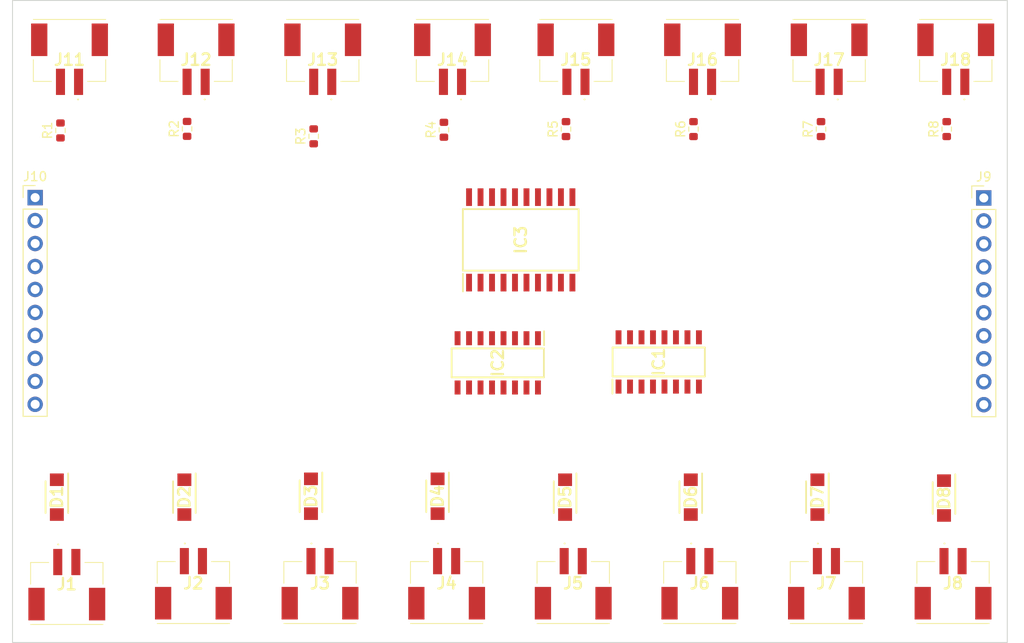
<source format=kicad_pcb>
(kicad_pcb (version 20221018) (generator pcbnew)
  (layers (0 "F.Cu" signal) (31 "B.Cu" signal) (34 "B.Paste" user) (35 "F.Paste" user) (36 "B.SilkS" user "B.Silkscreen") (37 "F.SilkS" user "F.Silkscreen") (38 "B.Mask" user) (39 "F.Mask" user) (44 "Edge.Cuts" user))
  (net 0 "")
  (net 1 "Net-(IC1-QB)")
  (net 2 "Net-(D1-Pad2)")
  (net 3 "Net-(IC1-QC)")
  (net 4 "Net-(D2-Pad2)")
  (net 5 "Net-(IC1-QD)")
  (net 6 "Net-(D3-Pad2)")
  (net 7 "Net-(IC1-QE)")
  (net 8 "Net-(D4-Pad2)")
  (net 9 "Net-(IC1-QF)")
  (net 10 "Net-(D5-Pad2)")
  (net 11 "Net-(IC1-QG)")
  (net 12 "Net-(D6-Pad2)")
  (net 13 "Net-(IC1-QH_1)")
  (net 14 "Net-(D7-Pad2)")
  (net 15 "Net-(IC1-QA)")
  (net 16 "GND")
  (net 17 "Net-(IC1-QH_2)")
  (net 18 "+5V")
  (net 19 "Net-(IC1-SCK)")
  (net 20 "Net-(IC1-RCK)")
  (net 21 "Net-(IC1-SI)")
  (net 26 "VCC")
  (net 35 "Net-(J11-Pad2)")
  (net 38 "Net-(J12-Pad2)")
  (net 53 "Net-(D8-Pad2)")
  (net 54 "Net-(IC2-QB)")
  (net 55 "Net-(IC2-QC)")
  (net 56 "Net-(IC2-QD)")
  (net 57 "Net-(IC2-QE)")
  (net 58 "Net-(IC2-QF)")
  (net 59 "Net-(IC2-QG)")
  (net 60 "Net-(IC2-QH_1)")
  (net 61 "Net-(IC2-QH_2)")
  (net 62 "Net-(IC2-SCK)")
  (net 63 "Net-(IC2-RCK)")
  (net 64 "Net-(IC2-SI)")
  (net 65 "Net-(IC2-QA)")
  (net 69 "Net-(IC3-8C)")
  (net 70 "Net-(IC3-7C)")
  (net 71 "Net-(IC3-6C)")
  (net 72 "Net-(IC3-5C)")
  (net 73 "Net-(IC3-4C)")
  (net 74 "Net-(IC3-3C)")
  (net 75 "Net-(IC3-2C)")
  (net 76 "Net-(IC3-1C)")
  (net 77 "Net-(J10-Pin_10)")
  (net 82 "Net-(J13-Pad2)")
  (net 83 "Net-(J14-Pad2)")
  (net 84 "Net-(J15-Pad2)")
  (net 85 "Net-(J16-Pad2)")
  (net 86 "Net-(J17-Pad2)")
  (net 87 "Net-(J18-Pad2)")
  (footprint "Connector_PinHeader_2.54mm:PinHeader_1x10_P2.54mm_Vertical" (layer "F.Cu") (at 182.4 103.84)
    (fp_text reference "J9" (at 0 -2.33) (layer "F.SilkS"))
    (fp_text value "Output Link")
    (fp_line (start -1.33 -1.33) (end 0 -1.33) (stroke (width 0.12)) (layer "F.SilkS"))
    (fp_line (start -1.33 0) (end -1.33 -1.33) (stroke (width 0.12)) (layer "F.SilkS"))
    (fp_line (start -1.33 1.27) (end -1.33 24.19) (stroke (width 0.12)) (layer "F.SilkS"))
    (fp_line (start -1.33 1.27) (end 1.33 1.27) (stroke (width 0.12)) (layer "F.SilkS"))
    (fp_line (start -1.33 24.19) (end 1.33 24.19) (stroke (width 0.12)) (layer "F.SilkS"))
    (fp_line (start 1.33 1.27) (end 1.33 24.19) (stroke (width 0.12)) (layer "F.SilkS"))
    (pad "1" thru_hole rect (at 0 0) (size 1.7 1.7) (drill 1) (layers "*.Cu" "*.Mask") (net 16 "GND"))
    (pad "2" thru_hole oval (at 0 2.54) (size 1.7 1.7) (drill 1) (layers "*.Cu" "*.Mask") (net 26 "VCC"))
    (pad "3" thru_hole oval (at 0 5.08) (size 1.7 1.7) (drill 1) (layers "*.Cu" "*.Mask") (net 18 "+5V"))
    (pad "4" thru_hole oval (at 0 7.62) (size 1.7 1.7) (drill 1) (layers "*.Cu" "*.Mask") (net 62 "Net-(IC2-SCK)"))
    (pad "5" thru_hole oval (at 0 10.16) (size 1.7 1.7) (drill 1) (layers "*.Cu" "*.Mask") (net 63 "Net-(IC2-RCK)"))
    (pad "6" thru_hole oval (at 0 12.7) (size 1.7 1.7) (drill 1) (layers "*.Cu" "*.Mask") (net 19 "Net-(IC1-SCK)"))
    (pad "7" thru_hole oval (at 0 15.24) (size 1.7 1.7) (drill 1) (layers "*.Cu" "*.Mask") (net 20 "Net-(IC1-RCK)"))
    (pad "8" thru_hole oval (at 0 17.78) (size 1.7 1.7) (drill 1) (layers "*.Cu" "*.Mask") (net 17 "Net-(IC1-QH_2)"))
    (pad "9" thru_hole oval (at 0 20.32) (size 1.7 1.7) (drill 1) (layers "*.Cu" "*.Mask") (net 61 "Net-(IC2-QH_2)"))
    (pad "10" thru_hole oval (at 0 22.86) (size 1.7 1.7) (drill 1) (layers "*.Cu" "*.Mask") (net 77 "Net-(J10-Pin_10)"))
  )
  (footprint "SamacSys_Parts:5024430260" (layer "F.Cu") (at 81 147.55)
    (fp_text reference "J1" (at 0 -1) (layer "F.SilkS") (effects (font (size 1.27 1.27) (thickness 0.254))))
    (fp_text value "502443-0260" hide)
    (fp_line (start -4 -3.4) (end -4 -1) (stroke (width 0.1)) (layer "F.SilkS"))
    (fp_line (start -4 3.45) (end 4 3.45) (stroke (width 0.1)) (layer "F.SilkS"))
    (fp_line (start -2 -3.4) (end -4 -3.4) (stroke (width 0.1)) (layer "F.SilkS"))
    (fp_line (start -1 -5.4) (end -1 -5.4) (stroke (width 0.1)) (layer "F.SilkS"))
    (fp_line (start -0.9 -5.4) (end -0.9 -5.4) (stroke (width 0.1)) (layer "F.SilkS"))
    (fp_line (start 2 -3.4) (end 4 -3.4) (stroke (width 0.1)) (layer "F.SilkS"))
    (fp_line (start 4 -3.4) (end 4 -1) (stroke (width 0.1)) (layer "F.SilkS"))
    (fp_arc (start -1 -5.4) (mid -0.95 -5.45) (end -0.9 -5.4) (stroke (width 0.1)) (layer "F.SilkS"))
    (fp_arc (start -0.9 -5.4) (mid -0.95 -5.35) (end -1 -5.4) (stroke (width 0.1)) (layer "F.SilkS"))
    (pad "1" smd rect (at -1 -3.45) (size 1 2.9) (layers "F.Cu" "F.Paste" "F.Mask") (net 2 "Net-(D1-Pad2)"))
    (pad "2" smd rect (at 1 -3.45) (size 1 2.9) (layers "F.Cu" "F.Paste" "F.Mask") (net 77 "Net-(J10-Pin_10)"))
    (pad "MP1" smd rect (at -3.35 1.2) (size 1.8 3.6) (layers "F.Cu" "F.Paste" "F.Mask"))
    (pad "MP2" smd rect (at 3.35 1.2) (size 1.8 3.6) (layers "F.Cu" "F.Paste" "F.Mask"))
  )
  (footprint "Resistor_SMD:R_0603_1608Metric" (layer "F.Cu") (at 150.3 96.225 90)
    (fp_text reference "R6" (at 0 -1.43 90) (layer "F.SilkS"))
    (fp_text value "180R")
    (fp_line (start -0.237258 -0.5225) (end 0.237258 -0.5225) (stroke (width 0.12)) (layer "F.SilkS"))
    (fp_line (start -0.237258 0.5225) (end 0.237258 0.5225) (stroke (width 0.12)) (layer "F.SilkS"))
    (pad "1" smd roundrect (at -0.825 0 90) (size 0.8 0.95) (layers "F.Cu" "F.Paste" "F.Mask") (net 26 "VCC"))
    (pad "2" smd roundrect (at 0.825 0 90) (size 0.8 0.95) (layers "F.Cu" "F.Paste" "F.Mask") (net 85 "Net-(J16-Pad2)"))
  )
  (footprint "Resistor_SMD:R_0603_1608Metric" (layer "F.Cu") (at 136.2 96.225 90)
    (fp_text reference "R5" (at 0 -1.43 90) (layer "F.SilkS"))
    (fp_text value "180R")
    (fp_line (start -0.237258 -0.5225) (end 0.237258 -0.5225) (stroke (width 0.12)) (layer "F.SilkS"))
    (fp_line (start -0.237258 0.5225) (end 0.237258 0.5225) (stroke (width 0.12)) (layer "F.SilkS"))
    (pad "1" smd roundrect (at -0.825 0 90) (size 0.8 0.95) (layers "F.Cu" "F.Paste" "F.Mask") (net 26 "VCC"))
    (pad "2" smd roundrect (at 0.825 0 90) (size 0.8 0.95) (layers "F.Cu" "F.Paste" "F.Mask") (net 84 "Net-(J15-Pad2)"))
  )
  (footprint "Resistor_SMD:R_0603_1608Metric" (layer "F.Cu") (at 80.3 96.375 90)
    (fp_text reference "R1" (at 0 -1.43 90) (layer "F.SilkS"))
    (fp_text value "180R")
    (fp_line (start -0.237258 -0.5225) (end 0.237258 -0.5225) (stroke (width 0.12)) (layer "F.SilkS"))
    (fp_line (start -0.237258 0.5225) (end 0.237258 0.5225) (stroke (width 0.12)) (layer "F.SilkS"))
    (pad "1" smd roundrect (at -0.825 0 90) (size 0.8 0.95) (layers "F.Cu" "F.Paste" "F.Mask") (net 26 "VCC"))
    (pad "2" smd roundrect (at 0.825 0 90) (size 0.8 0.95) (layers "F.Cu" "F.Paste" "F.Mask") (net 35 "Net-(J11-Pad2)"))
  )
  (footprint "SamacSys_Parts:5024430260" (layer "F.Cu") (at 109.3 87.55 180)
    (fp_text reference "J13" (at 0 -1) (layer "F.SilkS") (effects (font (size 1.27 1.27) (thickness 0.254))))
    (fp_text value "502443-0260" hide)
    (fp_line (start -4 -3.4) (end -4 -1) (stroke (width 0.1)) (layer "F.SilkS"))
    (fp_line (start -4 3.45) (end 4 3.45) (stroke (width 0.1)) (layer "F.SilkS"))
    (fp_line (start -2 -3.4) (end -4 -3.4) (stroke (width 0.1)) (layer "F.SilkS"))
    (fp_line (start -1 -5.4) (end -1 -5.4) (stroke (width 0.1)) (layer "F.SilkS"))
    (fp_line (start -0.9 -5.4) (end -0.9 -5.4) (stroke (width 0.1)) (layer "F.SilkS"))
    (fp_line (start 2 -3.4) (end 4 -3.4) (stroke (width 0.1)) (layer "F.SilkS"))
    (fp_line (start 4 -3.4) (end 4 -1) (stroke (width 0.1)) (layer "F.SilkS"))
    (fp_arc (start -1 -5.4) (mid -0.95 -5.45) (end -0.9 -5.4) (stroke (width 0.1)) (layer "F.SilkS"))
    (fp_arc (start -0.9 -5.4) (mid -0.95 -5.35) (end -1 -5.4) (stroke (width 0.1)) (layer "F.SilkS"))
    (pad "1" smd rect (at -1 -3.45 180) (size 1 2.9) (layers "F.Cu" "F.Paste" "F.Mask") (net 74 "Net-(IC3-3C)"))
    (pad "2" smd rect (at 1 -3.45 180) (size 1 2.9) (layers "F.Cu" "F.Paste" "F.Mask") (net 82 "Net-(J13-Pad2)"))
    (pad "MP1" smd rect (at -3.35 1.2 180) (size 1.8 3.6) (layers "F.Cu" "F.Paste" "F.Mask"))
    (pad "MP2" smd rect (at 3.35 1.2 180) (size 1.8 3.6) (layers "F.Cu" "F.Paste" "F.Mask"))
  )
  (footprint "SamacSys_Parts:SODFL4625X120N" (layer "F.Cu") (at 150 136.925 -90)
    (fp_text reference "D6" (at 0 0 90) (layer "F.SilkS") (effects (font (size 1.27 1.27) (thickness 0.254))))
    (fp_text value "US1KSAFS-13" hide)
    (fp_line (start -2.62 -1.25) (end 1.75 -1.25) (stroke (width 0.2)) (layer "F.SilkS"))
    (fp_line (start -1.75 1.25) (end 1.75 1.25) (stroke (width 0.2)) (layer "F.SilkS"))
    (pad "1" smd rect (at -1.925 0 270) (size 1.39 1.54) (layers "F.Cu" "F.Paste" "F.Mask") (net 9 "Net-(IC1-QF)"))
    (pad "2" smd rect (at 1.925 0 270) (size 1.39 1.54) (layers "F.Cu" "F.Paste" "F.Mask") (net 12 "Net-(D6-Pad2)"))
  )
  (footprint "SamacSys_Parts:SOIC127P600X175-16N" (layer "F.Cu") (at 128.655 122.075 -90)
    (fp_text reference "IC2" (at 0 0 90) (layer "F.SilkS") (effects (font (size 1.27 1.27) (thickness 0.254))))
    (fp_text value "74HC595D" hide)
    (fp_line (start -3.5 -5.12) (end -1.95 -5.12) (stroke (width 0.2)) (layer "F.SilkS"))
    (fp_line (start -1.6 -5.1) (end 1.6 -5.1) (stroke (width 0.2)) (layer "F.SilkS"))
    (fp_line (start -1.6 5.1) (end -1.6 -5.1) (stroke (width 0.2)) (layer "F.SilkS"))
    (fp_line (start 1.6 -5.1) (end 1.6 5.1) (stroke (width 0.2)) (layer "F.SilkS"))
    (fp_line (start 1.6 5.1) (end -1.6 5.1) (stroke (width 0.2)) (layer "F.SilkS"))
    (pad "1" smd rect (at -2.725 -4.445) (size 0.65 1.55) (layers "F.Cu" "F.Paste" "F.Mask") (net 54 "Net-(IC2-QB)"))
    (pad "2" smd rect (at -2.725 -3.175) (size 0.65 1.55) (layers "F.Cu" "F.Paste" "F.Mask") (net 55 "Net-(IC2-QC)"))
    (pad "3" smd rect (at -2.725 -1.905) (size 0.65 1.55) (layers "F.Cu" "F.Paste" "F.Mask") (net 56 "Net-(IC2-QD)"))
    (pad "4" smd rect (at -2.725 -0.635) (size 0.65 1.55) (layers "F.Cu" "F.Paste" "F.Mask") (net 57 "Net-(IC2-QE)"))
    (pad "5" smd rect (at -2.725 0.635) (size 0.65 1.55) (layers "F.Cu" "F.Paste" "F.Mask") (net 58 "Net-(IC2-QF)"))
    (pad "6" smd rect (at -2.725 1.905) (size 0.65 1.55) (layers "F.Cu" "F.Paste" "F.Mask") (net 59 "Net-(IC2-QG)"))
    (pad "7" smd rect (at -2.725 3.175) (size 0.65 1.55) (layers "F.Cu" "F.Paste" "F.Mask") (net 60 "Net-(IC2-QH_1)"))
    (pad "8" smd rect (at -2.725 4.445) (size 0.65 1.55) (layers "F.Cu" "F.Paste" "F.Mask") (net 16 "GND"))
    (pad "9" smd rect (at 2.725 4.445) (size 0.65 1.55) (layers "F.Cu" "F.Paste" "F.Mask") (net 61 "Net-(IC2-QH_2)"))
    (pad "10" smd rect (at 2.725 3.175) (size 0.65 1.55) (layers "F.Cu" "F.Paste" "F.Mask") (net 18 "+5V"))
    (pad "11" smd rect (at 2.725 1.905) (size 0.65 1.55) (layers "F.Cu" "F.Paste" "F.Mask") (net 62 "Net-(IC2-SCK)"))
    (pad "12" smd rect (at 2.725 0.635) (size 0.65 1.55) (layers "F.Cu" "F.Paste" "F.Mask") (net 63 "Net-(IC2-RCK)"))
    (pad "13" smd rect (at 2.725 -0.635) (size 0.65 1.55) (layers "F.Cu" "F.Paste" "F.Mask") (net 16 "GND"))
    (pad "14" smd rect (at 2.725 -1.905) (size 0.65 1.55) (layers "F.Cu" "F.Paste" "F.Mask") (net 64 "Net-(IC2-SI)"))
    (pad "15" smd rect (at 2.725 -3.175) (size 0.65 1.55) (layers "F.Cu" "F.Paste" "F.Mask") (net 65 "Net-(IC2-QA)"))
    (pad "16" smd rect (at 2.725 -4.445) (size 0.65 1.55) (layers "F.Cu" "F.Paste" "F.Mask") (net 18 "+5V"))
  )
  (footprint "SamacSys_Parts:5024430260" (layer "F.Cu") (at 123.65 87.55 180)
    (fp_text reference "J14" (at 0 -1) (layer "F.SilkS") (effects (font (size 1.27 1.27) (thickness 0.254))))
    (fp_text value "502443-0260" hide)
    (fp_line (start -4 -3.4) (end -4 -1) (stroke (width 0.1)) (layer "F.SilkS"))
    (fp_line (start -4 3.45) (end 4 3.45) (stroke (width 0.1)) (layer "F.SilkS"))
    (fp_line (start -2 -3.4) (end -4 -3.4) (stroke (width 0.1)) (layer "F.SilkS"))
    (fp_line (start -1 -5.4) (end -1 -5.4) (stroke (width 0.1)) (layer "F.SilkS"))
    (fp_line (start -0.9 -5.4) (end -0.9 -5.4) (stroke (width 0.1)) (layer "F.SilkS"))
    (fp_line (start 2 -3.4) (end 4 -3.4) (stroke (width 0.1)) (layer "F.SilkS"))
    (fp_line (start 4 -3.4) (end 4 -1) (stroke (width 0.1)) (layer "F.SilkS"))
    (fp_arc (start -1 -5.4) (mid -0.95 -5.45) (end -0.9 -5.4) (stroke (width 0.1)) (layer "F.SilkS"))
    (fp_arc (start -0.9 -5.4) (mid -0.95 -5.35) (end -1 -5.4) (stroke (width 0.1)) (layer "F.SilkS"))
    (pad "1" smd rect (at -1 -3.45 180) (size 1 2.9) (layers "F.Cu" "F.Paste" "F.Mask") (net 73 "Net-(IC3-4C)"))
    (pad "2" smd rect (at 1 -3.45 180) (size 1 2.9) (layers "F.Cu" "F.Paste" "F.Mask") (net 83 "Net-(J14-Pad2)"))
    (pad "MP1" smd rect (at -3.35 1.2 180) (size 1.8 3.6) (layers "F.Cu" "F.Paste" "F.Mask"))
    (pad "MP2" smd rect (at 3.35 1.2 180) (size 1.8 3.6) (layers "F.Cu" "F.Paste" "F.Mask"))
  )
  (footprint "SamacSys_Parts:SODFL4625X120N" (layer "F.Cu") (at 94 136.925 -90)
    (fp_text reference "D2" (at 0 0 90) (layer "F.SilkS") (effects (font (size 1.27 1.27) (thickness 0.254))))
    (fp_text value "US1KSAFS-13" hide)
    (fp_line (start -2.62 -1.25) (end 1.75 -1.25) (stroke (width 0.2)) (layer "F.SilkS"))
    (fp_line (start -1.75 1.25) (end 1.75 1.25) (stroke (width 0.2)) (layer "F.SilkS"))
    (pad "1" smd rect (at -1.925 0 270) (size 1.39 1.54) (layers "F.Cu" "F.Paste" "F.Mask") (net 1 "Net-(IC1-QB)"))
    (pad "2" smd rect (at 1.925 0 270) (size 1.39 1.54) (layers "F.Cu" "F.Paste" "F.Mask") (net 4 "Net-(D2-Pad2)"))
  )
  (footprint "SamacSys_Parts:5024430260" (layer "F.Cu") (at 151.3 87.55 180)
    (fp_text reference "J16" (at 0 -1) (layer "F.SilkS") (effects (font (size 1.27 1.27) (thickness 0.254))))
    (fp_text value "502443-0260" hide)
    (fp_line (start -4 -3.4) (end -4 -1) (stroke (width 0.1)) (layer "F.SilkS"))
    (fp_line (start -4 3.45) (end 4 3.45) (stroke (width 0.1)) (layer "F.SilkS"))
    (fp_line (start -2 -3.4) (end -4 -3.4) (stroke (width 0.1)) (layer "F.SilkS"))
    (fp_line (start -1 -5.4) (end -1 -5.4) (stroke (width 0.1)) (layer "F.SilkS"))
    (fp_line (start -0.9 -5.4) (end -0.9 -5.4) (stroke (width 0.1)) (layer "F.SilkS"))
    (fp_line (start 2 -3.4) (end 4 -3.4) (stroke (width 0.1)) (layer "F.SilkS"))
    (fp_line (start 4 -3.4) (end 4 -1) (stroke (width 0.1)) (layer "F.SilkS"))
    (fp_arc (start -1 -5.4) (mid -0.95 -5.45) (end -0.9 -5.4) (stroke (width 0.1)) (layer "F.SilkS"))
    (fp_arc (start -0.9 -5.4) (mid -0.95 -5.35) (end -1 -5.4) (stroke (width 0.1)) (layer "F.SilkS"))
    (pad "1" smd rect (at -1 -3.45 180) (size 1 2.9) (layers "F.Cu" "F.Paste" "F.Mask") (net 71 "Net-(IC3-6C)"))
    (pad "2" smd rect (at 1 -3.45 180) (size 1 2.9) (layers "F.Cu" "F.Paste" "F.Mask") (net 85 "Net-(J16-Pad2)"))
    (pad "MP1" smd rect (at -3.35 1.2 180) (size 1.8 3.6) (layers "F.Cu" "F.Paste" "F.Mask"))
    (pad "MP2" smd rect (at 3.35 1.2 180) (size 1.8 3.6) (layers "F.Cu" "F.Paste" "F.Mask"))
  )
  (footprint "Resistor_SMD:R_0603_1608Metric" (layer "F.Cu") (at 122.7 96.3 90)
    (fp_text reference "R4" (at 0 -1.43 90) (layer "F.SilkS"))
    (fp_text value "180R")
    (fp_line (start -0.237258 -0.5225) (end 0.237258 -0.5225) (stroke (width 0.12)) (layer "F.SilkS"))
    (fp_line (start -0.237258 0.5225) (end 0.237258 0.5225) (stroke (width 0.12)) (layer "F.SilkS"))
    (pad "1" smd roundrect (at -0.825 0 90) (size 0.8 0.95) (layers "F.Cu" "F.Paste" "F.Mask") (net 26 "VCC"))
    (pad "2" smd roundrect (at 0.825 0 90) (size 0.8 0.95) (layers "F.Cu" "F.Paste" "F.Mask") (net 83 "Net-(J14-Pad2)"))
  )
  (footprint "SamacSys_Parts:SODFL4625X120N" (layer "F.Cu") (at 79.9 136.925 -90)
    (fp_text reference "D1" (at 0 0 90) (layer "F.SilkS") (effects (font (size 1.27 1.27) (thickness 0.254))))
    (fp_text value "US1KSAFS-13" hide)
    (fp_line (start -2.62 -1.25) (end 1.75 -1.25) (stroke (width 0.2)) (layer "F.SilkS"))
    (fp_line (start -1.75 1.25) (end 1.75 1.25) (stroke (width 0.2)) (layer "F.SilkS"))
    (pad "1" smd rect (at -1.925 0 270) (size 1.39 1.54) (layers "F.Cu" "F.Paste" "F.Mask") (net 15 "Net-(IC1-QA)"))
    (pad "2" smd rect (at 1.925 0 270) (size 1.39 1.54) (layers "F.Cu" "F.Paste" "F.Mask") (net 2 "Net-(D1-Pad2)"))
  )
  (footprint "SamacSys_Parts:5024430260" (layer "F.Cu") (at 151 147.45)
    (fp_text reference "J6" (at 0 -1) (layer "F.SilkS") (effects (font (size 1.27 1.27) (thickness 0.254))))
    (fp_text value "502443-0260" hide)
    (fp_line (start -4 -3.4) (end -4 -1) (stroke (width 0.1)) (layer "F.SilkS"))
    (fp_line (start -4 3.45) (end 4 3.45) (stroke (width 0.1)) (layer "F.SilkS"))
    (fp_line (start -2 -3.4) (end -4 -3.4) (stroke (width 0.1)) (layer "F.SilkS"))
    (fp_line (start -1 -5.4) (end -1 -5.4) (stroke (width 0.1)) (layer "F.SilkS"))
    (fp_line (start -0.9 -5.4) (end -0.9 -5.4) (stroke (width 0.1)) (layer "F.SilkS"))
    (fp_line (start 2 -3.4) (end 4 -3.4) (stroke (width 0.1)) (layer "F.SilkS"))
    (fp_line (start 4 -3.4) (end 4 -1) (stroke (width 0.1)) (layer "F.SilkS"))
    (fp_arc (start -1 -5.4) (mid -0.95 -5.45) (end -0.9 -5.4) (stroke (width 0.1)) (layer "F.SilkS"))
    (fp_arc (start -0.9 -5.4) (mid -0.95 -5.35) (end -1 -5.4) (stroke (width 0.1)) (layer "F.SilkS"))
    (pad "1" smd rect (at -1 -3.45) (size 1 2.9) (layers "F.Cu" "F.Paste" "F.Mask") (net 12 "Net-(D6-Pad2)"))
    (pad "2" smd rect (at 1 -3.45) (size 1 2.9) (layers "F.Cu" "F.Paste" "F.Mask") (net 77 "Net-(J10-Pin_10)"))
    (pad "MP1" smd rect (at -3.35 1.2) (size 1.8 3.6) (layers "F.Cu" "F.Paste" "F.Mask"))
    (pad "MP2" smd rect (at 3.35 1.2) (size 1.8 3.6) (layers "F.Cu" "F.Paste" "F.Mask"))
  )
  (footprint "SamacSys_Parts:5024430260" (layer "F.Cu") (at 165.3 87.55 180)
    (fp_text reference "J17" (at 0 -1) (layer "F.SilkS") (effects (font (size 1.27 1.27) (thickness 0.254))))
    (fp_text value "502443-0260" hide)
    (fp_line (start -4 -3.4) (end -4 -1) (stroke (width 0.1)) (layer "F.SilkS"))
    (fp_line (start -4 3.45) (end 4 3.45) (stroke (width 0.1)) (layer "F.SilkS"))
    (fp_line (start -2 -3.4) (end -4 -3.4) (stroke (width 0.1)) (layer "F.SilkS"))
    (fp_line (start -1 -5.4) (end -1 -5.4) (stroke (width 0.1)) (layer "F.SilkS"))
    (fp_line (start -0.9 -5.4) (end -0.9 -5.4) (stroke (width 0.1)) (layer "F.SilkS"))
    (fp_line (start 2 -3.4) (end 4 -3.4) (stroke (width 0.1)) (layer "F.SilkS"))
    (fp_line (start 4 -3.4) (end 4 -1) (stroke (width 0.1)) (layer "F.SilkS"))
    (fp_arc (start -1 -5.4) (mid -0.95 -5.45) (end -0.9 -5.4) (stroke (width 0.1)) (layer "F.SilkS"))
    (fp_arc (start -0.9 -5.4) (mid -0.95 -5.35) (end -1 -5.4) (stroke (width 0.1)) (layer "F.SilkS"))
    (pad "1" smd rect (at -1 -3.45 180) (size 1 2.9) (layers "F.Cu" "F.Paste" "F.Mask") (net 70 "Net-(IC3-7C)"))
    (pad "2" smd rect (at 1 -3.45 180) (size 1 2.9) (layers "F.Cu" "F.Paste" "F.Mask") (net 86 "Net-(J17-Pad2)"))
    (pad "MP1" smd rect (at -3.35 1.2 180) (size 1.8 3.6) (layers "F.Cu" "F.Paste" "F.Mask"))
    (pad "MP2" smd rect (at 3.35 1.2 180) (size 1.8 3.6) (layers "F.Cu" "F.Paste" "F.Mask"))
  )
  (footprint "SamacSys_Parts:5024430260" (layer "F.Cu") (at 81.3 87.55 180)
    (fp_text reference "J11" (at 0 -1) (layer "F.SilkS") (effects (font (size 1.27 1.27) (thickness 0.254))))
    (fp_text value "502443-0260" hide)
    (fp_line (start -4 -3.4) (end -4 -1) (stroke (width 0.1)) (layer "F.SilkS"))
    (fp_line (start -4 3.45) (end 4 3.45) (stroke (width 0.1)) (layer "F.SilkS"))
    (fp_line (start -2 -3.4) (end -4 -3.4) (stroke (width 0.1)) (layer "F.SilkS"))
    (fp_line (start -1 -5.4) (end -1 -5.4) (stroke (width 0.1)) (layer "F.SilkS"))
    (fp_line (start -0.9 -5.4) (end -0.9 -5.4) (stroke (width 0.1)) (layer "F.SilkS"))
    (fp_line (start 2 -3.4) (end 4 -3.4) (stroke (width 0.1)) (layer "F.SilkS"))
    (fp_line (start 4 -3.4) (end 4 -1) (stroke (width 0.1)) (layer "F.SilkS"))
    (fp_arc (start -1 -5.4) (mid -0.95 -5.45) (end -0.9 -5.4) (stroke (width 0.1)) (layer "F.SilkS"))
    (fp_arc (start -0.9 -5.4) (mid -0.95 -5.35) (end -1 -5.4) (stroke (width 0.1)) (layer "F.SilkS"))
    (pad "1" smd rect (at -1 -3.45 180) (size 1 2.9) (layers "F.Cu" "F.Paste" "F.Mask") (net 76 "Net-(IC3-1C)"))
    (pad "2" smd rect (at 1 -3.45 180) (size 1 2.9) (layers "F.Cu" "F.Paste" "F.Mask") (net 35 "Net-(J11-Pad2)"))
    (pad "MP1" smd rect (at -3.35 1.2 180) (size 1.8 3.6) (layers "F.Cu" "F.Paste" "F.Mask"))
    (pad "MP2" smd rect (at 3.35 1.2 180) (size 1.8 3.6) (layers "F.Cu" "F.Paste" "F.Mask"))
  )
  (footprint "SamacSys_Parts:5024430260" (layer "F.Cu") (at 109 147.45)
    (fp_text reference "J3" (at 0 -1) (layer "F.SilkS") (effects (font (size 1.27 1.27) (thickness 0.254))))
    (fp_text value "502443-0260" hide)
    (fp_line (start -4 -3.4) (end -4 -1) (stroke (width 0.1)) (layer "F.SilkS"))
    (fp_line (start -4 3.45) (end 4 3.45) (stroke (width 0.1)) (layer "F.SilkS"))
    (fp_line (start -2 -3.4) (end -4 -3.4) (stroke (width 0.1)) (layer "F.SilkS"))
    (fp_line (start -1 -5.4) (end -1 -5.4) (stroke (width 0.1)) (layer "F.SilkS"))
    (fp_line (start -0.9 -5.4) (end -0.9 -5.4) (stroke (width 0.1)) (layer "F.SilkS"))
    (fp_line (start 2 -3.4) (end 4 -3.4) (stroke (width 0.1)) (layer "F.SilkS"))
    (fp_line (start 4 -3.4) (end 4 -1) (stroke (width 0.1)) (layer "F.SilkS"))
    (fp_arc (start -1 -5.4) (mid -0.95 -5.45) (end -0.9 -5.4) (stroke (width 0.1)) (layer "F.SilkS"))
    (fp_arc (start -0.9 -5.4) (mid -0.95 -5.35) (end -1 -5.4) (stroke (width 0.1)) (layer "F.SilkS"))
    (pad "1" smd rect (at -1 -3.45) (size 1 2.9) (layers "F.Cu" "F.Paste" "F.Mask") (net 6 "Net-(D3-Pad2)"))
    (pad "2" smd rect (at 1 -3.45) (size 1 2.9) (layers "F.Cu" "F.Paste" "F.Mask") (net 77 "Net-(J10-Pin_10)"))
    (pad "MP1" smd rect (at -3.35 1.2) (size 1.8 3.6) (layers "F.Cu" "F.Paste" "F.Mask"))
    (pad "MP2" smd rect (at 3.35 1.2) (size 1.8 3.6) (layers "F.Cu" "F.Paste" "F.Mask"))
  )
  (footprint "SamacSys_Parts:SODFL4625X120N" (layer "F.Cu") (at 136.1 136.925 -90)
    (fp_text reference "D5" (at 0 0 90) (layer "F.SilkS") (effects (font (size 1.27 1.27) (thickness 0.254))))
    (fp_text value "US1KSAFS-13" hide)
    (fp_line (start -2.62 -1.25) (end 1.75 -1.25) (stroke (width 0.2)) (layer "F.SilkS"))
    (fp_line (start -1.75 1.25) (end 1.75 1.25) (stroke (width 0.2)) (layer "F.SilkS"))
    (pad "1" smd rect (at -1.925 0 270) (size 1.39 1.54) (layers "F.Cu" "F.Paste" "F.Mask") (net 7 "Net-(IC1-QE)"))
    (pad "2" smd rect (at 1.925 0 270) (size 1.39 1.54) (layers "F.Cu" "F.Paste" "F.Mask") (net 10 "Net-(D5-Pad2)"))
  )
  (footprint "SamacSys_Parts:SODFL4625X120N" (layer "F.Cu") (at 164 136.925 -90)
    (fp_text reference "D7" (at 0 0 90) (layer "F.SilkS") (effects (font (size 1.27 1.27) (thickness 0.254))))
    (fp_text value "US1KSAFS-13" hide)
    (fp_line (start -2.62 -1.25) (end 1.75 -1.25) (stroke (width 0.2)) (layer "F.SilkS"))
    (fp_line (start -1.75 1.25) (end 1.75 1.25) (stroke (width 0.2)) (layer "F.SilkS"))
    (pad "1" smd rect (at -1.925 0 270) (size 1.39 1.54) (layers "F.Cu" "F.Paste" "F.Mask") (net 11 "Net-(IC1-QG)"))
    (pad "2" smd rect (at 1.925 0 270) (size 1.39 1.54) (layers "F.Cu" "F.Paste" "F.Mask") (net 14 "Net-(D7-Pad2)"))
  )
  (footprint "SamacSys_Parts:SODFL4625X120N" (layer "F.Cu") (at 122 136.825 -90)
    (fp_text reference "D4" (at 0 0 90) (layer "F.SilkS") (effects (font (size 1.27 1.27) (thickness 0.254))))
    (fp_text value "US1KSAFS-13" hide)
    (fp_line (start -2.62 -1.25) (end 1.75 -1.25) (stroke (width 0.2)) (layer "F.SilkS"))
    (fp_line (start -1.75 1.25) (end 1.75 1.25) (stroke (width 0.2)) (layer "F.SilkS"))
    (pad "1" smd rect (at -1.925 0 270) (size 1.39 1.54) (layers "F.Cu" "F.Paste" "F.Mask") (net 5 "Net-(IC1-QD)"))
    (pad "2" smd rect (at 1.925 0 270) (size 1.39 1.54) (layers "F.Cu" "F.Paste" "F.Mask") (net 8 "Net-(D4-Pad2)"))
  )
  (footprint "SamacSys_Parts:5024430260" (layer "F.Cu") (at 123 147.45)
    (fp_text reference "J4" (at 0 -1) (layer "F.SilkS") (effects (font (size 1.27 1.27) (thickness 0.254))))
    (fp_text value "502443-0260" hide)
    (fp_line (start -4 -3.4) (end -4 -1) (stroke (width 0.1)) (layer "F.SilkS"))
    (fp_line (start -4 3.45) (end 4 3.45) (stroke (width 0.1)) (layer "F.SilkS"))
    (fp_line (start -2 -3.4) (end -4 -3.4) (stroke (width 0.1)) (layer "F.SilkS"))
    (fp_line (start -1 -5.4) (end -1 -5.4) (stroke (width 0.1)) (layer "F.SilkS"))
    (fp_line (start -0.9 -5.4) (end -0.9 -5.4) (stroke (width 0.1)) (layer "F.SilkS"))
    (fp_line (start 2 -3.4) (end 4 -3.4) (stroke (width 0.1)) (layer "F.SilkS"))
    (fp_line (start 4 -3.4) (end 4 -1) (stroke (width 0.1)) (layer "F.SilkS"))
    (fp_arc (start -1 -5.4) (mid -0.95 -5.45) (end -0.9 -5.4) (stroke (width 0.1)) (layer "F.SilkS"))
    (fp_arc (start -0.9 -5.4) (mid -0.95 -5.35) (end -1 -5.4) (stroke (width 0.1)) (layer "F.SilkS"))
    (pad "1" smd rect (at -1 -3.45) (size 1 2.9) (layers "F.Cu" "F.Paste" "F.Mask") (net 8 "Net-(D4-Pad2)"))
    (pad "2" smd rect (at 1 -3.45) (size 1 2.9) (layers "F.Cu" "F.Paste" "F.Mask") (net 77 "Net-(J10-Pin_10)"))
    (pad "MP1" smd rect (at -3.35 1.2) (size 1.8 3.6) (layers "F.Cu" "F.Paste" "F.Mask"))
    (pad "MP2" smd rect (at 3.35 1.2) (size 1.8 3.6) (layers "F.Cu" "F.Paste" "F.Mask"))
  )
  (footprint "SamacSys_Parts:5024430260" (layer "F.Cu") (at 165 147.45)
    (fp_text reference "J7" (at 0 -1) (layer "F.SilkS") (effects (font (size 1.27 1.27) (thickness 0.254))))
    (fp_text value "502443-0260" hide)
    (fp_line (start -4 -3.4) (end -4 -1) (stroke (width 0.1)) (layer "F.SilkS"))
    (fp_line (start -4 3.45) (end 4 3.45) (stroke (width 0.1)) (layer "F.SilkS"))
    (fp_line (start -2 -3.4) (end -4 -3.4) (stroke (width 0.1)) (layer "F.SilkS"))
    (fp_line (start -1 -5.4) (end -1 -5.4) (stroke (width 0.1)) (layer "F.SilkS"))
    (fp_line (start -0.9 -5.4) (end -0.9 -5.4) (stroke (width 0.1)) (layer "F.SilkS"))
    (fp_line (start 2 -3.4) (end 4 -3.4) (stroke (width 0.1)) (layer "F.SilkS"))
    (fp_line (start 4 -3.4) (end 4 -1) (stroke (width 0.1)) (layer "F.SilkS"))
    (fp_arc (start -1 -5.4) (mid -0.95 -5.45) (end -0.9 -5.4) (stroke (width 0.1)) (layer "F.SilkS"))
    (fp_arc (start -0.9 -5.4) (mid -0.95 -5.35) (end -1 -5.4) (stroke (width 0.1)) (layer "F.SilkS"))
    (pad "1" smd rect (at -1 -3.45) (size 1 2.9) (layers "F.Cu" "F.Paste" "F.Mask") (net 14 "Net-(D7-Pad2)"))
    (pad "2" smd rect (at 1 -3.45) (size 1 2.9) (layers "F.Cu" "F.Paste" "F.Mask") (net 77 "Net-(J10-Pin_10)"))
    (pad "MP1" smd rect (at -3.35 1.2) (size 1.8 3.6) (layers "F.Cu" "F.Paste" "F.Mask"))
    (pad "MP2" smd rect (at 3.35 1.2) (size 1.8 3.6) (layers "F.Cu" "F.Paste" "F.Mask"))
  )
  (footprint "SamacSys_Parts:5024430260" (layer "F.Cu") (at 179 147.45)
    (fp_text reference "J8" (at 0 -1) (layer "F.SilkS") (effects (font (size 1.27 1.27) (thickness 0.254))))
    (fp_text value "502443-0260" hide)
    (fp_line (start -4 -3.4) (end -4 -1) (stroke (width 0.1)) (layer "F.SilkS"))
    (fp_line (start -4 3.45) (end 4 3.45) (stroke (width 0.1)) (layer "F.SilkS"))
    (fp_line (start -2 -3.4) (end -4 -3.4) (stroke (width 0.1)) (layer "F.SilkS"))
    (fp_line (start -1 -5.4) (end -1 -5.4) (stroke (width 0.1)) (layer "F.SilkS"))
    (fp_line (start -0.9 -5.4) (end -0.9 -5.4) (stroke (width 0.1)) (layer "F.SilkS"))
    (fp_line (start 2 -3.4) (end 4 -3.4) (stroke (width 0.1)) (layer "F.SilkS"))
    (fp_line (start 4 -3.4) (end 4 -1) (stroke (width 0.1)) (layer "F.SilkS"))
    (fp_arc (start -1 -5.4) (mid -0.95 -5.45) (end -0.9 -5.4) (stroke (width 0.1)) (layer "F.SilkS"))
    (fp_arc (start -0.9 -5.4) (mid -0.95 -5.35) (end -1 -5.4) (stroke (width 0.1)) (layer "F.SilkS"))
    (pad "1" smd rect (at -1 -3.45) (size 1 2.9) (layers "F.Cu" "F.Paste" "F.Mask") (net 53 "Net-(D8-Pad2)"))
    (pad "2" smd rect (at 1 -3.45) (size 1 2.9) (layers "F.Cu" "F.Paste" "F.Mask") (net 77 "Net-(J10-Pin_10)"))
    (pad "MP1" smd rect (at -3.35 1.2) (size 1.8 3.6) (layers "F.Cu" "F.Paste" "F.Mask"))
    (pad "MP2" smd rect (at 3.35 1.2) (size 1.8 3.6) (layers "F.Cu" "F.Paste" "F.Mask"))
  )
  (footprint "Resistor_SMD:R_0603_1608Metric" (layer "F.Cu") (at 178.3 96.225 90)
    (fp_text reference "R8" (at 0 -1.43 90) (layer "F.SilkS"))
    (fp_text value "180R")
    (fp_line (start -0.237258 -0.5225) (end 0.237258 -0.5225) (stroke (width 0.12)) (layer "F.SilkS"))
    (fp_line (start -0.237258 0.5225) (end 0.237258 0.5225) (stroke (width 0.12)) (layer "F.SilkS"))
    (pad "1" smd roundrect (at -0.825 0 90) (size 0.8 0.95) (layers "F.Cu" "F.Paste" "F.Mask") (net 26 "VCC"))
    (pad "2" smd roundrect (at 0.825 0 90) (size 0.8 0.95) (layers "F.Cu" "F.Paste" "F.Mask") (net 87 "Net-(J18-Pad2)"))
  )
  (footprint "Resistor_SMD:R_0603_1608Metric" (layer "F.Cu") (at 164.4 96.225 90)
    (fp_text reference "R7" (at 0 -1.43 90) (layer "F.SilkS"))
    (fp_text value "180R")
    (fp_line (start -0.237258 -0.5225) (end 0.237258 -0.5225) (stroke (width 0.12)) (layer "F.SilkS"))
    (fp_line (start -0.237258 0.5225) (end 0.237258 0.5225) (stroke (width 0.12)) (layer "F.SilkS"))
    (pad "1" smd roundrect (at -0.825 0 90) (size 0.8 0.95) (layers "F.Cu" "F.Paste" "F.Mask") (net 26 "VCC"))
    (pad "2" smd roundrect (at 0.825 0 90) (size 0.8 0.95) (layers "F.Cu" "F.Paste" "F.Mask") (net 86 "Net-(J17-Pad2)"))
  )
  (footprint "Resistor_SMD:R_0603_1608Metric" (layer "F.Cu") (at 94.3 96.2 90)
    (fp_text reference "R2" (at 0 -1.43 90) (layer "F.SilkS"))
    (fp_text value "180R")
    (fp_line (start -0.237258 -0.5225) (end 0.237258 -0.5225) (stroke (width 0.12)) (layer "F.SilkS"))
    (fp_line (start -0.237258 0.5225) (end 0.237258 0.5225) (stroke (width 0.12)) (layer "F.SilkS"))
    (pad "1" smd roundrect (at -0.825 0 90) (size 0.8 0.95) (layers "F.Cu" "F.Paste" "F.Mask") (net 26 "VCC"))
    (pad "2" smd roundrect (at 0.825 0 90) (size 0.8 0.95) (layers "F.Cu" "F.Paste" "F.Mask") (net 38 "Net-(J12-Pad2)"))
  )
  (footprint "SamacSys_Parts:5024430260" (layer "F.Cu") (at 137 147.45)
    (fp_text reference "J5" (at 0 -1) (layer "F.SilkS") (effects (font (size 1.27 1.27) (thickness 0.254))))
    (fp_text value "502443-0260" hide)
    (fp_line (start -4 -3.4) (end -4 -1) (stroke (width 0.1)) (layer "F.SilkS"))
    (fp_line (start -4 3.45) (end 4 3.45) (stroke (width 0.1)) (layer "F.SilkS"))
    (fp_line (start -2 -3.4) (end -4 -3.4) (stroke (width 0.1)) (layer "F.SilkS"))
    (fp_line (start -1 -5.4) (end -1 -5.4) (stroke (width 0.1)) (layer "F.SilkS"))
    (fp_line (start -0.9 -5.4) (end -0.9 -5.4) (stroke (width 0.1)) (layer "F.SilkS"))
    (fp_line (start 2 -3.4) (end 4 -3.4) (stroke (width 0.1)) (layer "F.SilkS"))
    (fp_line (start 4 -3.4) (end 4 -1) (stroke (width 0.1)) (layer "F.SilkS"))
    (fp_arc (start -1 -5.4) (mid -0.95 -5.45) (end -0.9 -5.4) (stroke (width 0.1)) (layer "F.SilkS"))
    (fp_arc (start -0.9 -5.4) (mid -0.95 -5.35) (end -1 -5.4) (stroke (width 0.1)) (layer "F.SilkS"))
    (pad "1" smd rect (at -1 -3.45) (size 1 2.9) (layers "F.Cu" "F.Paste" "F.Mask") (net 10 "Net-(D5-Pad2)"))
    (pad "2" smd rect (at 1 -3.45) (size 1 2.9) (layers "F.Cu" "F.Paste" "F.Mask") (net 77 "Net-(J10-Pin_10)"))
    (pad "MP1" smd rect (at -3.35 1.2) (size 1.8 3.6) (layers "F.Cu" "F.Paste" "F.Mask"))
    (pad "MP2" smd rect (at 3.35 1.2) (size 1.8 3.6) (layers "F.Cu" "F.Paste" "F.Mask"))
  )
  (footprint "SamacSys_Parts:SOIC127P600X175-16N" (layer "F.Cu") (at 146.455 121.975 90)
    (fp_text reference "IC1" (at 0 0 90) (layer "F.SilkS") (effects (font (size 1.27 1.27) (thickness 0.254))))
    (fp_text value "74HC595D" hide)
    (fp_line (start -3.5 -5.12) (end -1.95 -5.12) (stroke (width 0.2)) (layer "F.SilkS"))
    (fp_line (start -1.6 -5.1) (end 1.6 -5.1) (stroke (width 0.2)) (layer "F.SilkS"))
    (fp_line (start -1.6 5.1) (end -1.6 -5.1) (stroke (width 0.2)) (layer "F.SilkS"))
    (fp_line (start 1.6 -5.1) (end 1.6 5.1) (stroke (width 0.2)) (layer "F.SilkS"))
    (fp_line (start 1.6 5.1) (end -1.6 5.1) (stroke (width 0.2)) (layer "F.SilkS"))
    (pad "1" smd rect (at -2.725 -4.445 180) (size 0.65 1.55) (layers "F.Cu" "F.Paste" "F.Mask") (net 1 "Net-(IC1-QB)"))
    (pad "2" smd rect (at -2.725 -3.175 180) (size 0.65 1.55) (layers "F.Cu" "F.Paste" "F.Mask") (net 3 "Net-(IC1-QC)"))
    (pad "3" smd rect (at -2.725 -1.905 180) (size 0.65 1.55) (layers "F.Cu" "F.Paste" "F.Mask") (net 5 "Net-(IC1-QD)"))
    (pad "4" smd rect (at -2.725 -0.635 180) (size 0.65 1.55) (layers "F.Cu" "F.Paste" "F.Mask") (net 7 "Net-(IC1-QE)"))
    (pad "5" smd rect (at -2.725 0.635 180) (size 0.65 1.55) (layers "F.Cu" "F.Paste" "F.Mask") (net 9 "Net-(IC1-QF)"))
    (pad "6" smd rect (at -2.725 1.905 180) (size 0.65 1.55) (layers "F.Cu" "F.Paste" "F.Mask") (net 11 "Net-(IC1-QG)"))
    (pad "7" smd rect (at -2.725 3.175 180) (size 0.65 1.55) (layers "F.Cu" "F.Paste" "F.Mask") (net 13 "Net-(IC1-QH_1)"))
    (pad "8" smd rect (at -2.725 4.445 180) (size 0.65 1.55) (layers "F.Cu" "F.Paste" "F.Mask") (net 16 "GND"))
    (pad "9" smd rect (at 2.725 4.445 180) (size 0.65 1.55) (layers "F.Cu" "F.Paste" "F.Mask") (net 17 "Net-(IC1-QH_2)"))
    (pad "10" smd rect (at 2.725 3.175 180) (size 0.65 1.55) (layers "F.Cu" "F.Paste" "F.Mask") (net 18 "+5V"))
    (pad "11" smd rect (at 2.725 1.905 180) (size 0.65 1.55) (layers "F.Cu" "F.Paste" "F.Mask") (net 19 "Net-(IC1-SCK)"))
    (pad "12" smd rect (at 2.725 0.635 180) (size 0.65 1.55) (layers "F.Cu" "F.Paste" "F.Mask") (net 20 "Net-(IC1-RCK)"))
    (pad "13" smd rect (at 2.725 -0.635 180) (size 0.65 1.55) (layers "F.Cu" "F.Paste" "F.Mask") (net 16 "GND"))
    (pad "14" smd rect (at 2.725 -1.905 180) (size 0.65 1.55) (layers "F.Cu" "F.Paste" "F.Mask") (net 21 "Net-(IC1-SI)"))
    (pad "15" smd rect (at 2.725 -3.175 180) (size 0.65 1.55) (layers "F.Cu" "F.Paste" "F.Mask") (net 15 "Net-(IC1-QA)"))
    (pad "16" smd rect (at 2.725 -4.445 180) (size 0.65 1.55) (layers "F.Cu" "F.Paste" "F.Mask") (net 18 "+5V"))
  )
  (footprint "SamacSys_Parts:SODFL4625X120N" (layer "F.Cu") (at 178 137.025 -90)
    (fp_text reference "D8" (at 0 0 90) (layer "F.SilkS") (effects (font (size 1.27 1.27) (thickness 0.254))))
    (fp_text value "US1KSAFS-13" hide)
    (fp_line (start -2.62 -1.25) (end 1.75 -1.25) (stroke (width 0.2)) (layer "F.SilkS"))
    (fp_line (start -1.75 1.25) (end 1.75 1.25) (stroke (width 0.2)) (layer "F.SilkS"))
    (pad "1" smd rect (at -1.925 0 270) (size 1.39 1.54) (layers "F.Cu" "F.Paste" "F.Mask") (net 13 "Net-(IC1-QH_1)"))
    (pad "2" smd rect (at 1.925 0 270) (size 1.39 1.54) (layers "F.Cu" "F.Paste" "F.Mask") (net 53 "Net-(D8-Pad2)"))
  )
  (footprint "SamacSys_Parts:5024430260" (layer "F.Cu") (at 95.3 87.55 180)
    (fp_text reference "J12" (at 0 -1) (layer "F.SilkS") (effects (font (size 1.27 1.27) (thickness 0.254))))
    (fp_text value "502443-0260" hide)
    (fp_line (start -4 -3.4) (end -4 -1) (stroke (width 0.1)) (layer "F.SilkS"))
    (fp_line (start -4 3.45) (end 4 3.45) (stroke (width 0.1)) (layer "F.SilkS"))
    (fp_line (start -2 -3.4) (end -4 -3.4) (stroke (width 0.1)) (layer "F.SilkS"))
    (fp_line (start -1 -5.4) (end -1 -5.4) (stroke (width 0.1)) (layer "F.SilkS"))
    (fp_line (start -0.9 -5.4) (end -0.9 -5.4) (stroke (width 0.1)) (layer "F.SilkS"))
    (fp_line (start 2 -3.4) (end 4 -3.4) (stroke (width 0.1)) (layer "F.SilkS"))
    (fp_line (start 4 -3.4) (end 4 -1) (stroke (width 0.1)) (layer "F.SilkS"))
    (fp_arc (start -1 -5.4) (mid -0.95 -5.45) (end -0.9 -5.4) (stroke (width 0.1)) (layer "F.SilkS"))
    (fp_arc (start -0.9 -5.4) (mid -0.95 -5.35) (end -1 -5.4) (stroke (width 0.1)) (layer "F.SilkS"))
    (pad "1" smd rect (at -1 -3.45 180) (size 1 2.9) (layers "F.Cu" "F.Paste" "F.Mask") (net 75 "Net-(IC3-2C)"))
    (pad "2" smd rect (at 1 -3.45 180) (size 1 2.9) (layers "F.Cu" "F.Paste" "F.Mask") (net 38 "Net-(J12-Pad2)"))
    (pad "MP1" smd rect (at -3.35 1.2 180) (size 1.8 3.6) (layers "F.Cu" "F.Paste" "F.Mask"))
    (pad "MP2" smd rect (at 3.35 1.2 180) (size 1.8 3.6) (layers "F.Cu" "F.Paste" "F.Mask"))
  )
  (footprint "Connector_PinHeader_2.54mm:PinHeader_1x10_P2.54mm_Vertical" (layer "F.Cu") (at 77.5 103.8)
    (fp_text reference "J10" (at 0 -2.33) (layer "F.SilkS"))
    (fp_text value "Input Link")
    (fp_line (start -1.33 -1.33) (end 0 -1.33) (stroke (width 0.12)) (layer "F.SilkS"))
    (fp_line (start -1.33 0) (end -1.33 -1.33) (stroke (width 0.12)) (layer "F.SilkS"))
    (fp_line (start -1.33 1.27) (end -1.33 24.19) (stroke (width 0.12)) (layer "F.SilkS"))
    (fp_line (start -1.33 1.27) (end 1.33 1.27) (stroke (width 0.12)) (layer "F.SilkS"))
    (fp_line (start -1.33 24.19) (end 1.33 24.19) (stroke (width 0.12)) (layer "F.SilkS"))
    (fp_line (start 1.33 1.27) (end 1.33 24.19) (stroke (width 0.12)) (layer "F.SilkS"))
    (pad "1" thru_hole rect (at 0 0) (size 1.7 1.7) (drill 1) (layers "*.Cu" "*.Mask") (net 16 "GND"))
    (pad "2" thru_hole oval (at 0 2.54) (size 1.7 1.7) (drill 1) (layers "*.Cu" "*.Mask") (net 26 "VCC"))
    (pad "3" thru_hole oval (at 0 5.08) (size 1.7 1.7) (drill 1) (layers "*.Cu" "*.Mask") (net 18 "+5V"))
    (pad "4" thru_hole oval (at 0 7.62) (size 1.7 1.7) (drill 1) (layers "*.Cu" "*.Mask") (net 62 "Net-(IC2-SCK)"))
    (pad "5" thru_hole oval (at 0 10.16) (size 1.7 1.7) (drill 1) (layers "*.Cu" "*.Mask") (net 63 "Net-(IC2-RCK)"))
    (pad "6" thru_hole oval (at 0 12.7) (size 1.7 1.7) (drill 1) (layers "*.Cu" "*.Mask") (net 19 "Net-(IC1-SCK)"))
    (pad "7" thru_hole oval (at 0 15.24) (size 1.7 1.7) (drill 1) (layers "*.Cu" "*.Mask") (net 20 "Net-(IC1-RCK)"))
    (pad "8" thru_hole oval (at 0 17.78) (size 1.7 1.7) (drill 1) (layers "*.Cu" "*.Mask") (net 64 "Net-(IC2-SI)"))
    (pad "9" thru_hole oval (at 0 20.32) (size 1.7 1.7) (drill 1) (layers "*.Cu" "*.Mask") (net 21 "Net-(IC1-SI)"))
    (pad "10" thru_hole oval (at 0 22.86) (size 1.7 1.7) (drill 1) (layers "*.Cu" "*.Mask") (net 77 "Net-(J10-Pin_10)"))
  )
  (footprint "SamacSys_Parts:5024430260" (layer "F.Cu") (at 137.3 87.55 180)
    (fp_text reference "J15" (at 0 -1) (layer "F.SilkS") (effects (font (size 1.27 1.27) (thickness 0.254))))
    (fp_text value "502443-0260" hide)
    (fp_line (start -4 -3.4) (end -4 -1) (stroke (width 0.1)) (layer "F.SilkS"))
    (fp_line (start -4 3.45) (end 4 3.45) (stroke (width 0.1)) (layer "F.SilkS"))
    (fp_line (start -2 -3.4) (end -4 -3.4) (stroke (width 0.1)) (layer "F.SilkS"))
    (fp_line (start -1 -5.4) (end -1 -5.4) (stroke (width 0.1)) (layer "F.SilkS"))
    (fp_line (start -0.9 -5.4) (end -0.9 -5.4) (stroke (width 0.1)) (layer "F.SilkS"))
    (fp_line (start 2 -3.4) (end 4 -3.4) (stroke (width 0.1)) (layer "F.SilkS"))
    (fp_line (start 4 -3.4) (end 4 -1) (stroke (width 0.1)) (layer "F.SilkS"))
    (fp_arc (start -1 -5.4) (mid -0.95 -5.45) (end -0.9 -5.4) (stroke (width 0.1)) (layer "F.SilkS"))
    (fp_arc (start -0.9 -5.4) (mid -0.95 -5.35) (end -1 -5.4) (stroke (width 0.1)) (layer "F.SilkS"))
    (pad "1" smd rect (at -1 -3.45 180) (size 1 2.9) (layers "F.Cu" "F.Paste" "F.Mask") (net 72 "Net-(IC3-5C)"))
    (pad "2" smd rect (at 1 -3.45 180) (size 1 2.9) (layers "F.Cu" "F.Paste" "F.Mask") (net 84 "Net-(J15-Pad2)"))
    (pad "MP1" smd rect (at -3.35 1.2 180) (size 1.8 3.6) (layers "F.Cu" "F.Paste" "F.Mask"))
    (pad "MP2" smd rect (at 3.35 1.2 180) (size 1.8 3.6) (layers "F.Cu" "F.Paste" "F.Mask"))
  )
  (footprint "Resistor_SMD:R_0603_1608Metric" (layer "F.Cu") (at 108.3 97.025 90)
    (fp_text reference "R3" (at 0 -1.43 90) (layer "F.SilkS"))
    (fp_text value "180R")
    (fp_line (start -0.237258 -0.5225) (end 0.237258 -0.5225) (stroke (width 0.12)) (layer "F.SilkS"))
    (fp_line (start -0.237258 0.5225) (end 0.237258 0.5225) (stroke (width 0.12)) (layer "F.SilkS"))
    (pad "1" smd roundrect (at -0.825 0 90) (size 0.8 0.95) (layers "F.Cu" "F.Paste" "F.Mask") (net 26 "VCC"))
    (pad "2" smd roundrect (at 0.825 0 90) (size 0.8 0.95) (layers "F.Cu" "F.Paste" "F.Mask") (net 82 "Net-(J13-Pad2)"))
  )
  (footprint "SamacSys_Parts:5024430260" (layer "F.Cu") (at 95 147.45)
    (fp_text reference "J2" (at 0 -1) (layer "F.SilkS") (effects (font (size 1.27 1.27) (thickness 0.254))))
    (fp_text value "502443-0260" hide)
    (fp_line (start -4 -3.4) (end -4 -1) (stroke (width 0.1)) (layer "F.SilkS"))
    (fp_line (start -4 3.45) (end 4 3.45) (stroke (width 0.1)) (layer "F.SilkS"))
    (fp_line (start -2 -3.4) (end -4 -3.4) (stroke (width 0.1)) (layer "F.SilkS"))
    (fp_line (start -1 -5.4) (end -1 -5.4) (stroke (width 0.1)) (layer "F.SilkS"))
    (fp_line (start -0.9 -5.4) (end -0.9 -5.4) (stroke (width 0.1)) (layer "F.SilkS"))
    (fp_line (start 2 -3.4) (end 4 -3.4) (stroke (width 0.1)) (layer "F.SilkS"))
    (fp_line (start 4 -3.4) (end 4 -1) (stroke (width 0.1)) (layer "F.SilkS"))
    (fp_arc (start -1 -5.4) (mid -0.95 -5.45) (end -0.9 -5.4) (stroke (width 0.1)) (layer "F.SilkS"))
    (fp_arc (start -0.9 -5.4) (mid -0.95 -5.35) (end -1 -5.4) (stroke (width 0.1)) (layer "F.SilkS"))
    (pad "1" smd rect (at -1 -3.45) (size 1 2.9) (layers "F.Cu" "F.Paste" "F.Mask") (net 4 "Net-(D2-Pad2)"))
    (pad "2" smd rect (at 1 -3.45) (size 1 2.9) (layers "F.Cu" "F.Paste" "F.Mask") (net 77 "Net-(J10-Pin_10)"))
    (pad "MP1" smd rect (at -3.35 1.2) (size 1.8 3.6) (layers "F.Cu" "F.Paste" "F.Mask"))
    (pad "MP2" smd rect (at 3.35 1.2) (size 1.8 3.6) (layers "F.Cu" "F.Paste" "F.Mask"))
  )
  (footprint "SamacSys_Parts:SOIC127P1030X265-20N" (layer "F.Cu") (at 131.195 108.475 90)
    (fp_text reference "IC3" (at 0 0 90) (layer "F.SilkS") (effects (font (size 1.27 1.27) (thickness 0.254))))
    (fp_text value "ULN2803CDWR" hide)
    (fp_line (start -5.7 -6.39) (end -3.75 -6.39) (stroke (width 0.2)) (layer "F.SilkS"))
    (fp_line (start -3.4 -6.4) (end 3.4 -6.4) (stroke (width 0.2)) (layer "F.SilkS"))
    (fp_line (start -3.4 6.4) (end -3.4 -6.4) (stroke (width 0.2)) (layer "F.SilkS"))
    (fp_line (start 3.4 -6.4) (end 3.4 6.4) (stroke (width 0.2)) (layer "F.SilkS"))
    (fp_line (start 3.4 6.4) (end -3.4 6.4) (stroke (width 0.2)) (layer "F.SilkS"))
    (pad "1" smd rect (at -4.725 -5.715 180) (size 0.65 1.95) (layers "F.Cu" "F.Paste" "F.Mask") (net 60 "Net-(IC2-QH_1)"))
    (pad "2" smd rect (at -4.725 -4.445 180) (size 0.65 1.95) (layers "F.Cu" "F.Paste" "F.Mask") (net 59 "Net-(IC2-QG)"))
    (pad "3" smd rect (at -4.725 -3.175 180) (size 0.65 1.95) (layers "F.Cu" "F.Paste" "F.Mask") (net 58 "Net-(IC2-QF)"))
    (pad "4" smd rect (at -4.725 -1.905 180) (size 0.65 1.95) (layers "F.Cu" "F.Paste" "F.Mask") (net 57 "Net-(IC2-QE)"))
    (pad "5" smd rect (at -4.725 -0.635 180) (size 0.65 1.95) (layers "F.Cu" "F.Paste" "F.Mask") (net 56 "Net-(IC2-QD)"))
    (pad "6" smd rect (at -4.725 0.635 180) (size 0.65 1.95) (layers "F.Cu" "F.Paste" "F.Mask") (net 55 "Net-(IC2-QC)"))
    (pad "7" smd rect (at -4.725 1.905 180) (size 0.65 1.95) (layers "F.Cu" "F.Paste" "F.Mask") (net 54 "Net-(IC2-QB)"))
    (pad "8" smd rect (at -4.725 3.175 180) (size 0.65 1.95) (layers "F.Cu" "F.Paste" "F.Mask") (net 65 "Net-(IC2-QA)"))
    (pad "9" smd rect (at -4.725 4.445 180) (size 0.65 1.95) (layers "F.Cu" "F.Paste" "F.Mask") (net 16 "GND"))
    (pad "10" smd rect (at -4.725 5.715 180) (size 0.65 1.95) (layers "F.Cu" "F.Paste" "F.Mask"))
    (pad "11" smd rect (at 4.725 5.715 180) (size 0.65 1.95) (layers "F.Cu" "F.Paste" "F.Mask"))
    (pad "12" smd rect (at 4.725 4.445 180) (size 0.65 1.95) (layers "F.Cu" "F.Paste" "F.Mask"))
    (pad "13" smd rect (at 4.725 3.175 180) (size 0.65 1.95) (layers "F.Cu" "F.Paste" "F.Mask") (net 69 "Net-(IC3-8C)"))
    (pad "14" smd rect (at 4.725 1.905 180) (size 0.65 1.95) (layers "F.Cu" "F.Paste" "F.Mask") (net 70 "Net-(IC3-7C)"))
    (pad "15" smd rect (at 4.725 0.635 180) (size 0.65 1.95) (layers "F.Cu" "F.Paste" "F.Mask") (net 71 "Net-(IC3-6C)"))
    (pad "16" smd rect (at 4.725 -0.635 180) (size 0.65 1.95) (layers "F.Cu" "F.Paste" "F.Mask") (net 72 "Net-(IC3-5C)"))
    (pad "17" smd rect (at 4.725 -1.905 180) (size 0.65 1.95) (layers "F.Cu" "F.Paste" "F.Mask") (net 73 "Net-(IC3-4C)"))
    (pad "18" smd rect (at 4.725 -3.175 180) (size 0.65 1.95) (layers "F.Cu" "F.Paste" "F.Mask") (net 74 "Net-(IC3-3C)"))
    (pad "19" smd rect (at 4.725 -4.445 180) (size 0.65 1.95) (layers "F.Cu" "F.Paste" "F.Mask") (net 75 "Net-(IC3-2C)"))
    (pad "20" smd rect (at 4.725 -5.715 180) (size 0.65 1.95) (layers "F.Cu" "F.Paste" "F.Mask") (net 76 "Net-(IC3-1C)"))
  )
  (footprint "SamacSys_Parts:5024430260" (layer "F.Cu") (at 179.3 87.55 180)
    (fp_text reference "J18" (at 0 -1) (layer "F.SilkS") (effects (font (size 1.27 1.27) (thickness 0.254))))
    (fp_text value "502443-0260" hide)
    (fp_line (start -4 -3.4) (end -4 -1) (stroke (width 0.1)) (layer "F.SilkS"))
    (fp_line (start -4 3.45) (end 4 3.45) (stroke (width 0.1)) (layer "F.SilkS"))
    (fp_line (start -2 -3.4) (end -4 -3.4) (stroke (width 0.1)) (layer "F.SilkS"))
    (fp_line (start -1 -5.4) (end -1 -5.4) (stroke (width 0.1)) (layer "F.SilkS"))
    (fp_line (start -0.9 -5.4) (end -0.9 -5.4) (stroke (width 0.1)) (layer "F.SilkS"))
    (fp_line (start 2 -3.4) (end 4 -3.4) (stroke (width 0.1)) (layer "F.SilkS"))
    (fp_line (start 4 -3.4) (end 4 -1) (stroke (width 0.1)) (layer "F.SilkS"))
    (fp_arc (start -1 -5.4) (mid -0.95 -5.45) (end -0.9 -5.4) (stroke (width 0.1)) (layer "F.SilkS"))
    (fp_arc (start -0.9 -5.4) (mid -0.95 -5.35) (end -1 -5.4) (stroke (width 0.1)) (layer "F.SilkS"))
    (pad "1" smd rect (at -1 -3.45 180) (size 1 2.9) (layers "F.Cu" "F.Paste" "F.Mask") (net 69 "Net-(IC3-8C)"))
    (pad "2" smd rect (at 1 -3.45 180) (size 1 2.9) (layers "F.Cu" "F.Paste" "F.Mask") (net 87 "Net-(J18-Pad2)"))
    (pad "MP1" smd rect (at -3.35 1.2 180) (size 1.8 3.6) (layers "F.Cu" "F.Paste" "F.Mask"))
    (pad "MP2" smd rect (at 3.35 1.2 180) (size 1.8 3.6) (layers "F.Cu" "F.Paste" "F.Mask"))
  )
  (footprint "SamacSys_Parts:SODFL4625X120N" (layer "F.Cu") (at 108 136.825 -90)
    (fp_text reference "D3" (at 0 0 90) (layer "F.SilkS") (effects (font (size 1.27 1.27) (thickness 0.254))))
    (fp_text value "US1KSAFS-13" hide)
    (fp_line (start -2.62 -1.25) (end 1.75 -1.25) (stroke (width 0.2)) (layer "F.SilkS"))
    (fp_line (start -1.75 1.25) (end 1.75 1.25) (stroke (width 0.2)) (layer "F.SilkS"))
    (pad "1" smd rect (at -1.925 0 270) (size 1.39 1.54) (layers "F.Cu" "F.Paste" "F.Mask") (net 3 "Net-(IC1-QC)"))
    (pad "2" smd rect (at 1.925 0 270) (size 1.39 1.54) (layers "F.Cu" "F.Paste" "F.Mask") (net 6 "Net-(D3-Pad2)"))
  )
  (gr_rect (start 75 82) (end 185 153) (stroke (width 0.1)) (fill none) (layer "Edge.Cuts"))
)
</source>
